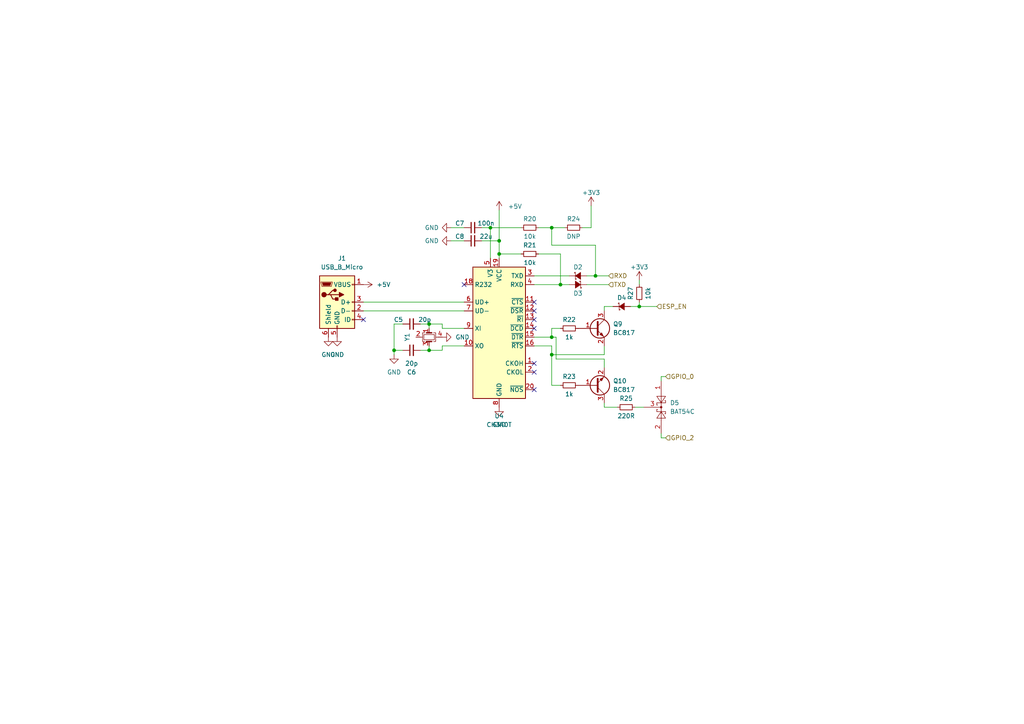
<source format=kicad_sch>
(kicad_sch (version 20210621) (generator eeschema)
  (paper "A4")
  (lib_symbols
    (symbol "Connector:USB_B_Micro" (pin_names (offset 1.016))
      (property "Reference" "J" (at -5.08 11.43 0))
      (property "Value" "USB_B_Micro" (at -5.08 8.89 0))
      (symbol "USB_B_Micro_0_1"
        (circle (center -3.81 2.159) (radius 0.635) (stroke (width 0.254)) (fill (type outline)))
        (circle (center -0.635 3.429) (radius 0.381) (stroke (width 0.254)) (fill (type outline)))
        (rectangle (start -0.127 -7.62) (end 0.127 -6.858))
        (rectangle (start 5.08 -5.207) (end 4.318 -4.953))
        (rectangle (start 5.08 -2.667) (end 4.318 -2.413))
        (rectangle (start 5.08 -0.127) (end 4.318 0.127))
        (rectangle (start 5.08 4.953) (end 4.318 5.207))
        (rectangle (start 0.254 1.27) (end -0.508 0.508) (stroke (width 0.254)) (fill (type outline)))
        (rectangle (start -5.08 -7.62) (end 5.08 7.62) (stroke (width 0.254)) (fill (type background)))
        (polyline (pts (xy -1.905 2.159) (xy 0.635 2.159)) (stroke (width 0.254)))
        (polyline (pts (xy -3.175 2.159) (xy -2.54 2.159) (xy -1.27 3.429) (xy -0.635 3.429)) (stroke (width 0.254)))
        (polyline (pts (xy -2.54 2.159) (xy -1.905 2.159) (xy -1.27 0.889) (xy 0 0.889)) (stroke (width 0.254)))
        (polyline (pts (xy -4.699 5.842) (xy -4.699 5.588) (xy -4.445 4.826) (xy -4.445 4.572) (xy -1.651 4.572) (xy -1.651 4.826) (xy -1.397 5.588) (xy -1.397 5.842) (xy -4.699 5.842)))
        (polyline (pts (xy 0.635 2.794) (xy 0.635 1.524) (xy 1.905 2.159) (xy 0.635 2.794)) (stroke (width 0.254)) (fill (type outline)))
        (polyline (pts (xy -4.318 5.588) (xy -1.778 5.588) (xy -2.032 4.826) (xy -4.064 4.826) (xy -4.318 5.588)) (fill (type outline)))
      )
      (symbol "USB_B_Micro_1_1"
        (pin power_out line (at 7.62 5.08 180) (length 2.54) (name "VBUS") (number "1"))
        (pin bidirectional line (at 7.62 -2.54 180) (length 2.54) (name "D-") (number "2"))
        (pin bidirectional line (at 7.62 0 180) (length 2.54) (name "D+") (number "3"))
        (pin passive line (at 7.62 -5.08 180) (length 2.54) (name "ID") (number "4"))
        (pin power_out line (at 0 -10.16 90) (length 2.54) (name "GND") (number "5"))
        (pin passive line (at -2.54 -10.16 90) (length 2.54) (name "Shield") (number "6"))
      )
    )
    (symbol "Diode:BAT54C" (pin_names (offset 1.016))
      (property "Reference" "D" (at 0.635 -3.81 0))
      (property "Value" "BAT54C" (at -6.35 3.175 0))
      (symbol "BAT54C_0_1"
        (circle (center 0 0) (radius 0.254) (fill (type outline)))
        (polyline (pts (xy -1.905 0) (xy 1.905 0)))
        (polyline (pts (xy -1.905 1.27) (xy -1.905 1.016)))
        (polyline (pts (xy -1.27 -1.27) (xy -0.635 -1.27)))
        (polyline (pts (xy -1.27 0) (xy -3.81 0)))
        (polyline (pts (xy -1.27 1.27) (xy -1.905 1.27)))
        (polyline (pts (xy -1.27 1.27) (xy -1.27 -1.27)))
        (polyline (pts (xy -0.635 -1.27) (xy -0.635 -1.016)))
        (polyline (pts (xy 0.635 -1.27) (xy 0.635 -1.016)))
        (polyline (pts (xy 1.27 -1.27) (xy 0.635 -1.27)))
        (polyline (pts (xy 1.27 1.27) (xy 1.27 -1.27)))
        (polyline (pts (xy 1.27 1.27) (xy 1.905 1.27)))
        (polyline (pts (xy 1.905 1.27) (xy 1.905 1.016)))
        (polyline (pts (xy 3.81 0) (xy 1.27 0)))
        (polyline (pts (xy -3.175 -1.27) (xy -3.175 1.27) (xy -1.27 0) (xy -3.175 -1.27)))
        (polyline (pts (xy 3.175 -1.27) (xy 3.175 1.27) (xy 1.27 0) (xy 3.175 -1.27)))
      )
      (symbol "BAT54C_1_1"
        (pin passive line (at -7.62 0 0) (length 3.81) (name "~") (number "1"))
        (pin passive line (at 7.62 0 180) (length 3.81) (name "~") (number "2"))
        (pin passive line (at 0 -5.08 90) (length 5.08) (name "~") (number "3"))
      )
    )
    (symbol "Interface_USB:CH340T"
      (property "Reference" "U" (at -7.62 22.86 0))
      (property "Value" "CH340T" (at 7.62 22.86 0))
      (symbol "CH340T_1_1"
        (rectangle (start -7.62 20.32) (end 7.62 -17.78) (stroke (width 0.254)) (fill (type background)))
        (pin output line (at 10.16 -7.62 180) (length 2.54) (name "CKOH") (number "1"))
        (pin output line (at -10.16 -2.54 0) (length 2.54) (name "XO") (number "10"))
        (pin input line (at 10.16 10.16 180) (length 2.54) (name "~{CTS}") (number "11"))
        (pin input line (at 10.16 7.62 180) (length 2.54) (name "~{DSR}") (number "12"))
        (pin input line (at 10.16 5.08 180) (length 2.54) (name "~{RI}") (number "13"))
        (pin input line (at 10.16 2.54 180) (length 2.54) (name "~{DCD}") (number "14"))
        (pin output line (at 10.16 0 180) (length 2.54) (name "~{DTR}") (number "15"))
        (pin output line (at 10.16 -2.54 180) (length 2.54) (name "~{RTS}") (number "16"))
        (pin no_connect line (at -7.62 -7.62 0) (length 2.54) hide (name "NC") (number "17"))
        (pin input line (at -10.16 15.24 0) (length 2.54) (name "R232") (number "18"))
        (pin power_in line (at 0 22.86 270) (length 2.54) (name "VCC") (number "19"))
        (pin output line (at 10.16 -10.16 180) (length 2.54) (name "CKOL") (number "2"))
        (pin input line (at 10.16 -15.24 180) (length 2.54) (name "~{NOS}") (number "20"))
        (pin output line (at 10.16 17.78 180) (length 2.54) (name "TXD") (number "3"))
        (pin input line (at 10.16 15.24 180) (length 2.54) (name "RXD") (number "4"))
        (pin passive line (at -2.54 22.86 270) (length 2.54) (name "V3") (number "5"))
        (pin bidirectional line (at -10.16 10.16 0) (length 2.54) (name "UD+") (number "6"))
        (pin bidirectional line (at -10.16 7.62 0) (length 2.54) (name "UD-") (number "7"))
        (pin power_in line (at 0 -20.32 90) (length 2.54) (name "GND") (number "8"))
        (pin input line (at -10.16 2.54 0) (length 2.54) (name "XI") (number "9"))
      )
    )
    (symbol "Transistor_BJT:BC817" (pin_names (offset 0) hide)
      (property "Reference" "Q" (at 5.08 1.905 0))
      (property "Value" "BC817" (at 5.08 0 0))
      (symbol "BC817_0_1"
        (circle (center 1.27 0) (radius 2.8194) (stroke (width 0.254)))
        (polyline (pts (xy 0.635 0.635) (xy 2.54 2.54)))
        (polyline (pts (xy 0.635 -0.635) (xy 2.54 -2.54) (xy 2.54 -2.54)))
        (polyline (pts (xy 0.635 1.905) (xy 0.635 -1.905) (xy 0.635 -1.905)) (stroke (width 0.508)))
        (polyline (pts (xy 1.27 -1.778) (xy 1.778 -1.27) (xy 2.286 -2.286) (xy 1.27 -1.778) (xy 1.27 -1.778)) (fill (type outline)))
      )
      (symbol "BC817_1_1"
        (pin input line (at -5.08 0 0) (length 5.715) (name "B") (number "1"))
        (pin passive line (at 2.54 -5.08 90) (length 2.54) (name "E") (number "2"))
        (pin passive line (at 2.54 5.08 270) (length 2.54) (name "C") (number "3"))
      )
    )
    (symbol "power:+3.3V" (power) (pin_names (offset 0))
      (property "Value" "+3.3V" (at 0 3.556 0))
      (symbol "+3.3V_0_1"
        (polyline (pts (xy -0.762 1.27) (xy 0 2.54)))
        (polyline (pts (xy 0 0) (xy 0 2.54)))
        (polyline (pts (xy 0 2.54) (xy 0.762 1.27)))
      )
      (symbol "+3.3V_1_1"
        (pin power_in line (at 0 0 90) (length 0) hide (name "+3V3") (number "1"))
      )
    )
    (symbol "power:+5V" (power) (pin_names (offset 0))
      (property "Value" "+5V" (at 0 3.556 0))
      (symbol "+5V_0_1"
        (polyline (pts (xy -0.762 1.27) (xy 0 2.54)))
        (polyline (pts (xy 0 0) (xy 0 2.54)))
        (polyline (pts (xy 0 2.54) (xy 0.762 1.27)))
      )
      (symbol "+5V_1_1"
        (pin power_in line (at 0 0 90) (length 0) hide (name "+5V") (number "1"))
      )
    )
    (symbol "power:GND" (power) (pin_names (offset 0))
      (property "Value" "GND" (at 0 -3.81 0))
      (symbol "GND_0_1"
        (polyline (pts (xy 0 0) (xy 0 -1.27) (xy 1.27 -1.27) (xy 0 -2.54) (xy -1.27 -1.27) (xy 0 -1.27)))
      )
      (symbol "GND_1_1"
        (pin power_in line (at 0 0 270) (length 0) hide (name "GND") (number "1"))
      )
    )
    (symbol "wazombi:C_Small" (pin_numbers hide) (pin_names (offset 0.254) hide)
      (property "Reference" "C" (at 0.254 1.778 0))
      (property "Value" "C_Small" (at 0.254 -2.032 0))
      (symbol "C_Small_0_1"
        (polyline (pts (xy -1.524 -0.508) (xy 1.524 -0.508)) (stroke (width 0.3302)))
        (polyline (pts (xy -1.524 0.508) (xy 1.524 0.508)) (stroke (width 0.3048)))
      )
      (symbol "C_Small_1_1"
        (pin passive line (at 0 2.54 270) (length 1.905) (name "~") (number "1"))
        (pin passive line (at 0 -2.54 90) (length 2.032) (name "~") (number "2"))
      )
    )
    (symbol "wazombi:Crystal_GND24_Small" (pin_names (offset 1.016) hide)
      (property "Reference" "Y" (at 1.27 4.445 0))
      (symbol "Crystal_GND24_Small_0_1"
        (rectangle (start -0.762 -1.524) (end 0.762 1.524))
        (polyline (pts (xy -1.27 -0.762) (xy -1.27 0.762)) (stroke (width 0.381)))
        (polyline (pts (xy 0 -1.905) (xy 0 -2.6162)))
        (polyline (pts (xy 0 2.5654) (xy 0 1.9304)))
        (polyline (pts (xy 1.27 -0.762) (xy 1.27 0.762)) (stroke (width 0.381)))
        (polyline (pts (xy -1.27 -1.27) (xy -1.27 -1.905) (xy 1.27 -1.905) (xy 1.27 -1.27)))
        (polyline (pts (xy -1.27 1.27) (xy -1.27 1.905) (xy 1.27 1.905) (xy 1.27 1.27)))
      )
      (symbol "Crystal_GND24_Small_1_1"
        (pin passive line (at -2.54 0 0) (length 1.27) (name "1") (number "1"))
        (pin passive line (at 0 -3.81 90) (length 1.27) (name "2") (number "2"))
        (pin passive line (at 2.54 0 180) (length 1.27) (name "3") (number "3"))
        (pin passive line (at 0 3.81 270) (length 1.27) (name "4") (number "4"))
      )
    )
    (symbol "wazombi:D_Schottky_Small" (pin_numbers hide) (pin_names (offset 0.254) hide)
      (property "Reference" "D" (at -1.27 2.032 0))
      (property "Value" "D_Schottky_Small" (at -7.112 -2.032 0))
      (symbol "D_Schottky_Small_0_1"
        (polyline (pts (xy -0.762 -1.016) (xy -0.762 1.016)))
        (polyline (pts (xy -0.762 -1.016) (xy -0.508 -1.016) (xy -0.508 -0.762)))
        (polyline (pts (xy -0.762 1.016) (xy -1.016 1.016) (xy -1.016 0.762)))
        (polyline (pts (xy 0.762 -1.016) (xy -0.762 0) (xy 0.762 1.016) (xy 0.762 -1.016)) (fill (type outline)))
      )
      (symbol "D_Schottky_Small_1_1"
        (pin passive line (at -2.54 0 0) (length 1.778) (name "K") (number "1"))
        (pin passive line (at 2.54 0 180) (length 1.778) (name "A") (number "2"))
      )
    )
    (symbol "wazombi:R_Small" (pin_numbers hide) (pin_names (offset 0.254) hide)
      (property "Reference" "R" (at 0.762 0.508 0))
      (property "Value" "R_Small" (at 0.762 -1.016 0))
      (symbol "R_Small_0_1"
        (rectangle (start -0.762 1.778) (end 0.762 -1.778) (stroke (width 0.2032)))
      )
      (symbol "R_Small_1_1"
        (pin passive line (at 0 2.54 270) (length 0.762) (name "~") (number "1"))
        (pin passive line (at 0 -2.54 90) (length 0.762) (name "~") (number "2"))
      )
    )
  )
  (junction (at 114.3 101.6) (diameter 0.9144))
  (junction (at 124.46 93.98) (diameter 0.9144))
  (junction (at 124.46 101.6) (diameter 0.9144))
  (junction (at 142.24 66.04) (diameter 0.9144))
  (junction (at 144.78 69.85) (diameter 0.9144))
  (junction (at 144.78 73.66) (diameter 0.9144))
  (junction (at 160.02 66.04) (diameter 0.9144))
  (junction (at 160.02 97.79) (diameter 0.9144))
  (junction (at 160.02 102.87) (diameter 0.9144))
  (junction (at 162.56 82.55) (diameter 0.9144))
  (junction (at 172.72 80.01) (diameter 0.9144))
  (junction (at 185.42 88.9) (diameter 0.9144))
  (no_connect (at 105.41 92.71))
  (no_connect (at 134.62 82.55))
  (no_connect (at 154.94 87.63))
  (no_connect (at 154.94 90.17))
  (no_connect (at 154.94 92.71))
  (no_connect (at 154.94 95.25))
  (no_connect (at 154.94 105.41))
  (no_connect (at 154.94 107.95))
  (no_connect (at 154.94 113.03))
  (wire (pts (xy 105.41 87.63) (xy 134.62 87.63)))
  (wire (pts (xy 105.41 90.17) (xy 134.62 90.17)))
  (wire (pts (xy 114.3 93.98) (xy 114.3 101.6)))
  (wire (pts (xy 114.3 101.6) (xy 114.3 102.87)))
  (wire (pts (xy 114.3 101.6) (xy 116.84 101.6)))
  (wire (pts (xy 116.84 93.98) (xy 114.3 93.98)))
  (wire (pts (xy 121.92 93.98) (xy 124.46 93.98)))
  (wire (pts (xy 121.92 101.6) (xy 124.46 101.6)))
  (wire (pts (xy 124.46 93.98) (xy 124.46 95.25)))
  (wire (pts (xy 124.46 93.98) (xy 128.27 93.98)))
  (wire (pts (xy 124.46 100.33) (xy 124.46 101.6)))
  (wire (pts (xy 124.46 101.6) (xy 128.27 101.6)))
  (wire (pts (xy 128.27 95.25) (xy 128.27 93.98)))
  (wire (pts (xy 128.27 100.33) (xy 128.27 101.6)))
  (wire (pts (xy 130.81 66.04) (xy 134.62 66.04)))
  (wire (pts (xy 130.81 69.85) (xy 134.62 69.85)))
  (wire (pts (xy 134.62 95.25) (xy 128.27 95.25)))
  (wire (pts (xy 134.62 100.33) (xy 128.27 100.33)))
  (wire (pts (xy 139.7 66.04) (xy 142.24 66.04)))
  (wire (pts (xy 139.7 69.85) (xy 144.78 69.85)))
  (wire (pts (xy 142.24 66.04) (xy 151.13 66.04)))
  (wire (pts (xy 142.24 74.93) (xy 142.24 66.04)))
  (wire (pts (xy 144.78 60.96) (xy 144.78 69.85)))
  (wire (pts (xy 144.78 69.85) (xy 144.78 73.66)))
  (wire (pts (xy 144.78 73.66) (xy 144.78 74.93)))
  (wire (pts (xy 144.78 73.66) (xy 151.13 73.66)))
  (wire (pts (xy 154.94 80.01) (xy 165.1 80.01)))
  (wire (pts (xy 154.94 82.55) (xy 162.56 82.55)))
  (wire (pts (xy 154.94 97.79) (xy 160.02 97.79)))
  (wire (pts (xy 154.94 100.33) (xy 160.02 100.33)))
  (wire (pts (xy 156.21 66.04) (xy 160.02 66.04)))
  (wire (pts (xy 160.02 66.04) (xy 163.83 66.04)))
  (wire (pts (xy 160.02 71.12) (xy 160.02 66.04)))
  (wire (pts (xy 160.02 95.25) (xy 162.56 95.25)))
  (wire (pts (xy 160.02 97.79) (xy 160.02 95.25)))
  (wire (pts (xy 160.02 97.79) (xy 161.29 97.79)))
  (wire (pts (xy 160.02 100.33) (xy 160.02 102.87)))
  (wire (pts (xy 160.02 102.87) (xy 160.02 111.76)))
  (wire (pts (xy 160.02 102.87) (xy 175.26 102.87)))
  (wire (pts (xy 160.02 111.76) (xy 162.56 111.76)))
  (wire (pts (xy 161.29 104.14) (xy 161.29 97.79)))
  (wire (pts (xy 162.56 73.66) (xy 156.21 73.66)))
  (wire (pts (xy 162.56 82.55) (xy 162.56 73.66)))
  (wire (pts (xy 162.56 82.55) (xy 165.1 82.55)))
  (wire (pts (xy 168.91 66.04) (xy 171.45 66.04)))
  (wire (pts (xy 170.18 80.01) (xy 172.72 80.01)))
  (wire (pts (xy 170.18 82.55) (xy 176.53 82.55)))
  (wire (pts (xy 171.45 66.04) (xy 171.45 59.69)))
  (wire (pts (xy 172.72 71.12) (xy 160.02 71.12)))
  (wire (pts (xy 172.72 80.01) (xy 172.72 71.12)))
  (wire (pts (xy 172.72 80.01) (xy 176.53 80.01)))
  (wire (pts (xy 175.26 88.9) (xy 175.26 90.17)))
  (wire (pts (xy 175.26 100.33) (xy 175.26 102.87)))
  (wire (pts (xy 175.26 104.14) (xy 161.29 104.14)))
  (wire (pts (xy 175.26 106.68) (xy 175.26 104.14)))
  (wire (pts (xy 175.26 116.84) (xy 175.26 118.11)))
  (wire (pts (xy 175.26 118.11) (xy 179.07 118.11)))
  (wire (pts (xy 177.8 88.9) (xy 175.26 88.9)))
  (wire (pts (xy 182.88 88.9) (xy 185.42 88.9)))
  (wire (pts (xy 184.15 118.11) (xy 186.69 118.11)))
  (wire (pts (xy 185.42 81.28) (xy 185.42 82.55)))
  (wire (pts (xy 185.42 87.63) (xy 185.42 88.9)))
  (wire (pts (xy 185.42 88.9) (xy 190.5 88.9)))
  (wire (pts (xy 191.77 109.22) (xy 193.04 109.22)))
  (wire (pts (xy 191.77 110.49) (xy 191.77 109.22)))
  (wire (pts (xy 191.77 125.73) (xy 191.77 127)))
  (wire (pts (xy 191.77 127) (xy 193.04 127)))
  (hierarchical_label "RXD" (shape input) (at 176.53 80.01 0))
  (hierarchical_label "TXD" (shape input) (at 176.53 82.55 0))
  (hierarchical_label "ESP_EN" (shape input) (at 190.5 88.9 0))
  (hierarchical_label "GPIO_0" (shape input) (at 193.04 109.22 0))
  (hierarchical_label "GPIO_2" (shape input) (at 193.04 127 0))
  (symbol (lib_id "power:+5V") (at 105.41 82.55 270) (unit 1)
    (property "Reference" "#PWR0131" (effects hide))
    (property "Value" "+5V" (at 109.22 82.5499 90) (effects (justify left)))
  )
  (symbol (lib_id "power:+5V") (at 144.78 60.96 0) (unit 1)
    (property "Reference" "#PWR0138" (effects hide))
    (property "Value" "+5V" (at 147.32 59.8804 0) (effects (justify left)))
  )
  (symbol (lib_id "power:+3.3V") (at 171.45 59.69 0) (unit 1)
    (property "Reference" "#PWR0139" (effects hide))
    (property "Value" "+3.3V" (at 171.45 55.88 0))
  )
  (symbol (lib_id "power:+3.3V") (at 185.42 81.28 0) (unit 1)
    (property "Reference" "#PWR0141" (effects hide))
    (property "Value" "+3.3V" (at 185.42 77.47 0))
  )
  (symbol (lib_id "power:GND") (at 95.25 97.79 0) (unit 1)
    (property "Reference" "#PWR0136" (effects hide))
    (property "Value" "GND" (at 95.25 102.87 0))
  )
  (symbol (lib_id "power:GND") (at 97.79 97.79 0) (unit 1)
    (property "Reference" "#PWR0137" (effects hide))
    (property "Value" "GND" (at 97.79 102.87 0))
  )
  (symbol (lib_id "power:GND") (at 114.3 102.87 0) (unit 1)
    (property "Reference" "#PWR0135" (effects hide))
    (property "Value" "GND" (at 114.3 107.95 0))
  )
  (symbol (lib_id "power:GND") (at 128.27 97.79 90) (unit 1)
    (property "Reference" "#PWR0130" (effects hide))
    (property "Value" "GND" (at 132.08 97.7899 90) (effects (justify right)))
  )
  (symbol (lib_id "power:GND") (at 130.81 66.04 270) (unit 1)
    (property "Reference" "#PWR0134" (effects hide))
    (property "Value" "GND" (at 123.19 66.0399 90) (effects (justify left)))
  )
  (symbol (lib_id "power:GND") (at 130.81 69.85 270) (unit 1)
    (property "Reference" "#PWR0133" (effects hide))
    (property "Value" "GND" (at 123.19 69.8499 90) (effects (justify left)))
  )
  (symbol (lib_id "power:GND") (at 144.78 118.11 0) (unit 1)
    (property "Reference" "#PWR0132" (effects hide))
    (property "Value" "GND" (at 144.78 123.19 0))
  )
  (symbol (lib_id "wazombi:R_Small") (at 153.67 66.04 90) (unit 1)
    (property "Reference" "R20" (at 153.67 63.5 90))
    (property "Value" "10k" (at 153.67 68.58 90))
    (property "Footprint" "Resistor_SMD:R_0603_1608Metric" (effects hide))
  )
  (symbol (lib_id "wazombi:R_Small") (at 153.67 73.66 90) (unit 1)
    (property "Reference" "R21" (at 153.67 71.12 90))
    (property "Value" "10k" (at 153.67 76.2 90))
    (property "Footprint" "Resistor_SMD:R_0603_1608Metric" (effects hide))
  )
  (symbol (lib_id "wazombi:R_Small") (at 165.1 95.25 90) (unit 1)
    (property "Reference" "R22" (at 165.1 92.71 90))
    (property "Value" "1k" (at 165.1 97.79 90))
    (property "Footprint" "Resistor_SMD:R_0603_1608Metric" (effects hide))
  )
  (symbol (lib_id "wazombi:R_Small") (at 165.1 111.76 90) (unit 1)
    (property "Reference" "R23" (at 165.1 109.22 90))
    (property "Value" "1k" (at 165.1 114.3 90))
    (property "Footprint" "Resistor_SMD:R_0603_1608Metric" (effects hide))
  )
  (symbol (lib_id "wazombi:R_Small") (at 166.37 66.04 90) (unit 1)
    (property "Reference" "R24" (at 166.37 63.5 90))
    (property "Value" "DNP" (at 166.37 68.58 90))
    (property "Footprint" "Resistor_SMD:R_0603_1608Metric" (effects hide))
  )
  (symbol (lib_id "wazombi:R_Small") (at 181.61 118.11 90) (unit 1)
    (property "Reference" "R25" (at 181.61 115.57 90))
    (property "Value" "220R" (at 181.61 120.65 90))
    (property "Footprint" "Resistor_SMD:R_0603_1608Metric" (effects hide))
  )
  (symbol (lib_id "wazombi:R_Small") (at 185.42 85.09 180) (unit 1)
    (property "Reference" "R27" (at 182.88 85.09 90))
    (property "Value" "10k" (at 187.96 85.09 90))
    (property "Footprint" "Resistor_SMD:R_0603_1608Metric" (effects hide))
  )
  (symbol (lib_id "wazombi:D_Schottky_Small") (at 167.64 80.01 0) (unit 1)
    (property "Reference" "D2" (at 167.64 77.47 0))
    (property "Value" "D_Schottky_Small" (effects hide))
    (property "Footprint" "Diode_SMD:D_0603_1608Metric_Pad1.05x0.95mm_HandSolder" (effects hide))
  )
  (symbol (lib_id "wazombi:D_Schottky_Small") (at 167.64 82.55 180) (unit 1)
    (property "Reference" "D3" (at 167.64 85.09 0))
    (property "Value" "D_Schottky_Small" (effects hide))
    (property "Footprint" "Diode_SMD:D_0603_1608Metric_Pad1.05x0.95mm_HandSolder" (effects hide))
  )
  (symbol (lib_id "wazombi:D_Schottky_Small") (at 180.34 88.9 0) (unit 1)
    (property "Reference" "D4" (at 180.34 86.36 0))
    (property "Value" "D_Schottky_Small" (effects hide))
    (property "Footprint" "Diode_SMD:D_0603_1608Metric_Pad1.05x0.95mm_HandSolder" (effects hide))
  )
  (symbol (lib_id "wazombi:C_Small") (at 119.38 93.98 90) (unit 1)
    (property "Reference" "C5" (at 115.57 92.71 90))
    (property "Value" "20p" (at 123.19 92.71 90))
    (property "Footprint" "Capacitor_SMD:C_0603_1608Metric" (effects hide))
  )
  (symbol (lib_id "wazombi:C_Small") (at 119.38 101.6 90) (unit 1)
    (property "Reference" "C6" (at 119.38 107.95 90))
    (property "Value" "20p" (at 119.38 105.41 90))
    (property "Footprint" "Capacitor_SMD:C_0603_1608Metric" (effects hide))
  )
  (symbol (lib_id "wazombi:C_Small") (at 137.16 66.04 90) (unit 1)
    (property "Reference" "C7" (at 133.35 64.77 90))
    (property "Value" "100n" (at 140.97 64.77 90))
    (property "Footprint" "Capacitor_SMD:C_0603_1608Metric" (effects hide))
  )
  (symbol (lib_id "wazombi:C_Small") (at 137.16 69.85 90) (unit 1)
    (property "Reference" "C8" (at 133.35 68.58 90))
    (property "Value" "22u" (at 140.97 68.58 90))
    (property "Footprint" "Capacitor_SMD:C_0603_1608Metric" (effects hide))
  )
  (symbol (lib_id "wazombi:Crystal_GND24_Small") (at 124.46 97.79 270) (unit 1)
    (property "Reference" "Y1" (at 118.1101 96.52 0) (effects (justify left)))
    (property "Value" "Crystal_GND24_Small" (effects hide))
    (property "Footprint" "Crystal:Crystal_SMD_3225-4Pin_3.2x2.5mm_HandSoldering" (effects hide))
    (property "Datasheet" "https://www.mouser.ee/datasheet/2/3/ABM8G-106-12.000MHz-T-1359227.pdf" (effects hide))
    (property "MPN" "ABM8G-106-12.000MHZ-T" (effects hide))
    (property "MFR" "ABRACON" (effects hide))
    (property "Price" "0,23€ @ 500" (effects hide))
    (property "Source" "https://www.mouser.ee/ProductDetail/ABRACON/ABM8G-106-12000MHZ-T?qs=wUXugUrL1qx4SdiSQRmbzA%3D%3D" (effects hide))
  )
  (symbol (lib_id "Transistor_BJT:BC817") (at 172.72 95.25 0) (unit 1)
    (property "Reference" "Q9" (at 177.8 93.9799 0) (effects (justify left)))
    (property "Value" "BC817" (at 177.8 96.5199 0) (effects (justify left)))
    (property "Footprint" "Package_TO_SOT_SMD:SOT-23" (effects hide))
    (property "Datasheet" "https://www.onsemi.com/pub/Collateral/BC818-D.pdf" (effects hide))
  )
  (symbol (lib_id "Transistor_BJT:BC817") (at 172.72 111.76 0) (mirror x) (unit 1)
    (property "Reference" "Q10" (at 177.8 110.4899 0) (effects (justify left)))
    (property "Value" "BC817" (at 177.8 113.0299 0) (effects (justify left)))
    (property "Footprint" "Package_TO_SOT_SMD:SOT-23" (effects hide))
    (property "Datasheet" "https://www.onsemi.com/pub/Collateral/BC818-D.pdf" (effects hide))
  )
  (symbol (lib_id "Diode:BAT54C") (at 191.77 118.11 270) (unit 1)
    (property "Reference" "D5" (at 194.31 116.8399 90) (effects (justify left)))
    (property "Value" "BAT54C" (at 194.31 119.3799 90) (effects (justify left)))
    (property "Footprint" "Package_TO_SOT_SMD:SOT-23" (effects hide))
    (property "Datasheet" "http://www.diodes.com/_files/datasheets/ds11005.pdf" (effects hide))
  )
  (symbol (lib_id "Connector:USB_B_Micro") (at 97.79 87.63 0) (unit 1)
    (property "Reference" "J1" (at 99.187 74.93 0))
    (property "Value" "USB_B_Micro" (at 99.187 77.47 0))
    (property "Footprint" "Connector_USB:USB_Mini-B_Tensility_54-00023_Vertical_CircularHoles" (effects hide))
  )
  (symbol (lib_id "Interface_USB:CH340T") (at 144.78 97.79 0) (unit 1)
    (property "Reference" "U4" (at 144.78 120.65 0))
    (property "Value" "CH340T" (at 144.78 123.19 0))
    (property "Footprint" "Package_SO:SSOP-20_5.3x7.2mm_P0.65mm" (effects hide))
    (property "Datasheet" "https://cdn.sparkfun.com/datasheets/Dev/Arduino/Other/CH340DS1.PDF" (effects hide))
  )
)
</source>
